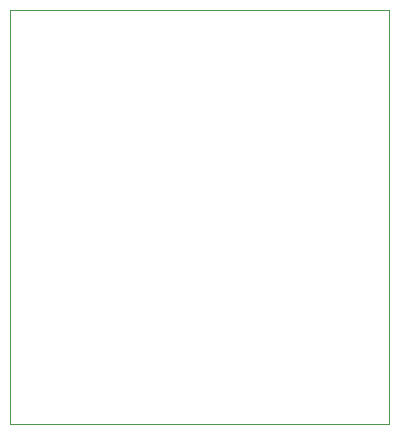
<source format=gm1>
G04 #@! TF.GenerationSoftware,KiCad,Pcbnew,(6.0.6)*
G04 #@! TF.CreationDate,2022-08-29T15:24:00+02:00*
G04 #@! TF.ProjectId,analog-buffer-six-channels,616e616c-6f67-42d6-9275-666665722d73,rev?*
G04 #@! TF.SameCoordinates,Original*
G04 #@! TF.FileFunction,Profile,NP*
%FSLAX46Y46*%
G04 Gerber Fmt 4.6, Leading zero omitted, Abs format (unit mm)*
G04 Created by KiCad (PCBNEW (6.0.6)) date 2022-08-29 15:24:00*
%MOMM*%
%LPD*%
G01*
G04 APERTURE LIST*
G04 #@! TA.AperFunction,Profile*
%ADD10C,0.100000*%
G04 #@! TD*
G04 APERTURE END LIST*
D10*
X52451000Y-32740600D02*
X84531200Y-32740600D01*
X84531200Y-32740600D02*
X84531200Y-67767200D01*
X84531200Y-67767200D02*
X52451000Y-67767200D01*
X52451000Y-67767200D02*
X52451000Y-32740600D01*
M02*

</source>
